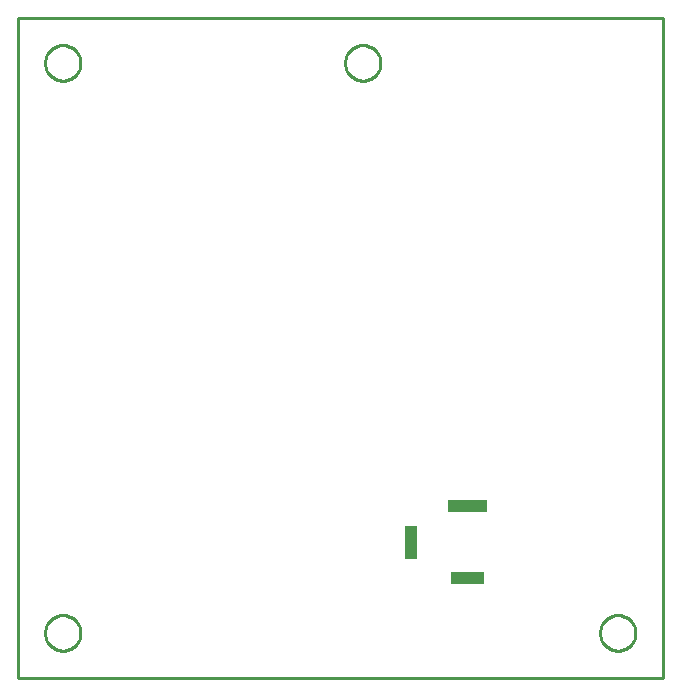
<source format=gbr>
G04 EAGLE Gerber RS-274X export*
G75*
%MOMM*%
%FSLAX34Y34*%
%LPD*%
%IN*%
%IPPOS*%
%AMOC8*
5,1,8,0,0,1.08239X$1,22.5*%
G01*
%ADD10C,0.254000*%

G36*
X-181605Y140299D02*
X-181605Y140299D01*
X-181605Y140300D01*
X-181605Y150300D01*
X-181601Y150305D01*
X-181600Y150305D01*
X-148600Y150305D01*
X-148595Y150301D01*
X-148595Y150300D01*
X-148595Y140300D01*
X-148599Y140295D01*
X-148600Y140295D01*
X-181600Y140295D01*
X-181605Y140299D01*
G37*
G36*
X-218105Y100299D02*
X-218105Y100299D01*
X-218105Y100300D01*
X-218105Y128300D01*
X-218101Y128305D01*
X-218100Y128305D01*
X-208100Y128305D01*
X-208095Y128301D01*
X-208095Y128300D01*
X-208095Y100300D01*
X-208099Y100295D01*
X-208100Y100295D01*
X-218100Y100295D01*
X-218105Y100299D01*
G37*
G36*
X-179105Y79299D02*
X-179105Y79299D01*
X-179105Y79300D01*
X-179105Y89300D01*
X-179101Y89305D01*
X-179100Y89305D01*
X-151100Y89305D01*
X-151095Y89301D01*
X-151095Y89300D01*
X-151095Y79300D01*
X-151099Y79295D01*
X-151100Y79295D01*
X-179100Y79295D01*
X-179105Y79299D01*
G37*
D10*
X0Y0D02*
X-546100Y0D01*
X-546100Y558800D01*
X0Y558800D01*
X0Y0D01*
X-53100Y37564D02*
X-53024Y36496D01*
X-52871Y35435D01*
X-52643Y34388D01*
X-52341Y33360D01*
X-51967Y32356D01*
X-51522Y31381D01*
X-51008Y30441D01*
X-50429Y29540D01*
X-49787Y28682D01*
X-49085Y27872D01*
X-48328Y27115D01*
X-47518Y26413D01*
X-46660Y25771D01*
X-45759Y25192D01*
X-44819Y24678D01*
X-43844Y24233D01*
X-42840Y23859D01*
X-41812Y23557D01*
X-40765Y23329D01*
X-39704Y23176D01*
X-38636Y23100D01*
X-37564Y23100D01*
X-36496Y23176D01*
X-35435Y23329D01*
X-34388Y23557D01*
X-33360Y23859D01*
X-32356Y24233D01*
X-31381Y24678D01*
X-30441Y25192D01*
X-29540Y25771D01*
X-28682Y26413D01*
X-27872Y27115D01*
X-27115Y27872D01*
X-26413Y28682D01*
X-25771Y29540D01*
X-25192Y30441D01*
X-24678Y31381D01*
X-24233Y32356D01*
X-23859Y33360D01*
X-23557Y34388D01*
X-23329Y35435D01*
X-23176Y36496D01*
X-23100Y37564D01*
X-23100Y38636D01*
X-23176Y39704D01*
X-23329Y40765D01*
X-23557Y41812D01*
X-23859Y42840D01*
X-24233Y43844D01*
X-24678Y44819D01*
X-25192Y45759D01*
X-25771Y46660D01*
X-26413Y47518D01*
X-27115Y48328D01*
X-27872Y49085D01*
X-28682Y49787D01*
X-29540Y50429D01*
X-30441Y51008D01*
X-31381Y51522D01*
X-32356Y51967D01*
X-33360Y52341D01*
X-34388Y52643D01*
X-35435Y52871D01*
X-36496Y53024D01*
X-37564Y53100D01*
X-38636Y53100D01*
X-39704Y53024D01*
X-40765Y52871D01*
X-41812Y52643D01*
X-42840Y52341D01*
X-43844Y51967D01*
X-44819Y51522D01*
X-45759Y51008D01*
X-46660Y50429D01*
X-47518Y49787D01*
X-48328Y49085D01*
X-49085Y48328D01*
X-49787Y47518D01*
X-50429Y46660D01*
X-51008Y45759D01*
X-51522Y44819D01*
X-51967Y43844D01*
X-52341Y42840D01*
X-52643Y41812D01*
X-52871Y40765D01*
X-53024Y39704D01*
X-53100Y38636D01*
X-53100Y37564D01*
X-269000Y520164D02*
X-268924Y519096D01*
X-268771Y518035D01*
X-268543Y516988D01*
X-268241Y515960D01*
X-267867Y514956D01*
X-267422Y513981D01*
X-266908Y513041D01*
X-266329Y512140D01*
X-265687Y511282D01*
X-264985Y510472D01*
X-264228Y509715D01*
X-263418Y509013D01*
X-262560Y508371D01*
X-261659Y507792D01*
X-260719Y507278D01*
X-259744Y506833D01*
X-258740Y506459D01*
X-257712Y506157D01*
X-256665Y505929D01*
X-255604Y505776D01*
X-254536Y505700D01*
X-253464Y505700D01*
X-252396Y505776D01*
X-251335Y505929D01*
X-250288Y506157D01*
X-249260Y506459D01*
X-248256Y506833D01*
X-247281Y507278D01*
X-246341Y507792D01*
X-245440Y508371D01*
X-244582Y509013D01*
X-243772Y509715D01*
X-243015Y510472D01*
X-242313Y511282D01*
X-241671Y512140D01*
X-241092Y513041D01*
X-240578Y513981D01*
X-240133Y514956D01*
X-239759Y515960D01*
X-239457Y516988D01*
X-239229Y518035D01*
X-239076Y519096D01*
X-239000Y520164D01*
X-239000Y521236D01*
X-239076Y522304D01*
X-239229Y523365D01*
X-239457Y524412D01*
X-239759Y525440D01*
X-240133Y526444D01*
X-240578Y527419D01*
X-241092Y528359D01*
X-241671Y529260D01*
X-242313Y530118D01*
X-243015Y530928D01*
X-243772Y531685D01*
X-244582Y532387D01*
X-245440Y533029D01*
X-246341Y533608D01*
X-247281Y534122D01*
X-248256Y534567D01*
X-249260Y534941D01*
X-250288Y535243D01*
X-251335Y535471D01*
X-252396Y535624D01*
X-253464Y535700D01*
X-254536Y535700D01*
X-255604Y535624D01*
X-256665Y535471D01*
X-257712Y535243D01*
X-258740Y534941D01*
X-259744Y534567D01*
X-260719Y534122D01*
X-261659Y533608D01*
X-262560Y533029D01*
X-263418Y532387D01*
X-264228Y531685D01*
X-264985Y530928D01*
X-265687Y530118D01*
X-266329Y529260D01*
X-266908Y528359D01*
X-267422Y527419D01*
X-267867Y526444D01*
X-268241Y525440D01*
X-268543Y524412D01*
X-268771Y523365D01*
X-268924Y522304D01*
X-269000Y521236D01*
X-269000Y520164D01*
X-523000Y37564D02*
X-522924Y36496D01*
X-522771Y35435D01*
X-522543Y34388D01*
X-522241Y33360D01*
X-521867Y32356D01*
X-521422Y31381D01*
X-520908Y30441D01*
X-520329Y29540D01*
X-519687Y28682D01*
X-518985Y27872D01*
X-518228Y27115D01*
X-517418Y26413D01*
X-516560Y25771D01*
X-515659Y25192D01*
X-514719Y24678D01*
X-513744Y24233D01*
X-512740Y23859D01*
X-511712Y23557D01*
X-510665Y23329D01*
X-509604Y23176D01*
X-508536Y23100D01*
X-507464Y23100D01*
X-506396Y23176D01*
X-505335Y23329D01*
X-504288Y23557D01*
X-503260Y23859D01*
X-502256Y24233D01*
X-501281Y24678D01*
X-500341Y25192D01*
X-499440Y25771D01*
X-498582Y26413D01*
X-497772Y27115D01*
X-497015Y27872D01*
X-496313Y28682D01*
X-495671Y29540D01*
X-495092Y30441D01*
X-494578Y31381D01*
X-494133Y32356D01*
X-493759Y33360D01*
X-493457Y34388D01*
X-493229Y35435D01*
X-493076Y36496D01*
X-493000Y37564D01*
X-493000Y38636D01*
X-493076Y39704D01*
X-493229Y40765D01*
X-493457Y41812D01*
X-493759Y42840D01*
X-494133Y43844D01*
X-494578Y44819D01*
X-495092Y45759D01*
X-495671Y46660D01*
X-496313Y47518D01*
X-497015Y48328D01*
X-497772Y49085D01*
X-498582Y49787D01*
X-499440Y50429D01*
X-500341Y51008D01*
X-501281Y51522D01*
X-502256Y51967D01*
X-503260Y52341D01*
X-504288Y52643D01*
X-505335Y52871D01*
X-506396Y53024D01*
X-507464Y53100D01*
X-508536Y53100D01*
X-509604Y53024D01*
X-510665Y52871D01*
X-511712Y52643D01*
X-512740Y52341D01*
X-513744Y51967D01*
X-514719Y51522D01*
X-515659Y51008D01*
X-516560Y50429D01*
X-517418Y49787D01*
X-518228Y49085D01*
X-518985Y48328D01*
X-519687Y47518D01*
X-520329Y46660D01*
X-520908Y45759D01*
X-521422Y44819D01*
X-521867Y43844D01*
X-522241Y42840D01*
X-522543Y41812D01*
X-522771Y40765D01*
X-522924Y39704D01*
X-523000Y38636D01*
X-523000Y37564D01*
X-523000Y520164D02*
X-522924Y519096D01*
X-522771Y518035D01*
X-522543Y516988D01*
X-522241Y515960D01*
X-521867Y514956D01*
X-521422Y513981D01*
X-520908Y513041D01*
X-520329Y512140D01*
X-519687Y511282D01*
X-518985Y510472D01*
X-518228Y509715D01*
X-517418Y509013D01*
X-516560Y508371D01*
X-515659Y507792D01*
X-514719Y507278D01*
X-513744Y506833D01*
X-512740Y506459D01*
X-511712Y506157D01*
X-510665Y505929D01*
X-509604Y505776D01*
X-508536Y505700D01*
X-507464Y505700D01*
X-506396Y505776D01*
X-505335Y505929D01*
X-504288Y506157D01*
X-503260Y506459D01*
X-502256Y506833D01*
X-501281Y507278D01*
X-500341Y507792D01*
X-499440Y508371D01*
X-498582Y509013D01*
X-497772Y509715D01*
X-497015Y510472D01*
X-496313Y511282D01*
X-495671Y512140D01*
X-495092Y513041D01*
X-494578Y513981D01*
X-494133Y514956D01*
X-493759Y515960D01*
X-493457Y516988D01*
X-493229Y518035D01*
X-493076Y519096D01*
X-493000Y520164D01*
X-493000Y521236D01*
X-493076Y522304D01*
X-493229Y523365D01*
X-493457Y524412D01*
X-493759Y525440D01*
X-494133Y526444D01*
X-494578Y527419D01*
X-495092Y528359D01*
X-495671Y529260D01*
X-496313Y530118D01*
X-497015Y530928D01*
X-497772Y531685D01*
X-498582Y532387D01*
X-499440Y533029D01*
X-500341Y533608D01*
X-501281Y534122D01*
X-502256Y534567D01*
X-503260Y534941D01*
X-504288Y535243D01*
X-505335Y535471D01*
X-506396Y535624D01*
X-507464Y535700D01*
X-508536Y535700D01*
X-509604Y535624D01*
X-510665Y535471D01*
X-511712Y535243D01*
X-512740Y534941D01*
X-513744Y534567D01*
X-514719Y534122D01*
X-515659Y533608D01*
X-516560Y533029D01*
X-517418Y532387D01*
X-518228Y531685D01*
X-518985Y530928D01*
X-519687Y530118D01*
X-520329Y529260D01*
X-520908Y528359D01*
X-521422Y527419D01*
X-521867Y526444D01*
X-522241Y525440D01*
X-522543Y524412D01*
X-522771Y523365D01*
X-522924Y522304D01*
X-523000Y521236D01*
X-523000Y520164D01*
M02*

</source>
